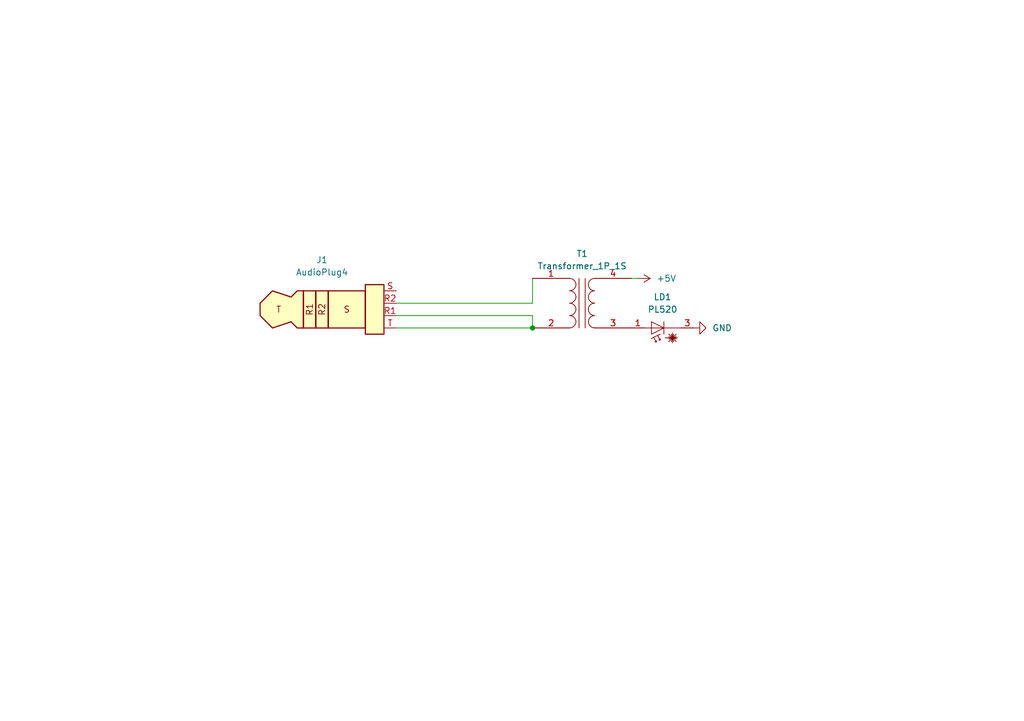
<source format=kicad_sch>
(kicad_sch (version 20231120) (generator "eeschema") (generator_version "8.0")
  (paper "A5")
  (lib_symbols
    (symbol "Connector_Audio:AudioPlug4"
      (property "Reference" "J" (at 10.16 5.08 0))
      (property "Value" "AudioPlug4" (at 11.43 -7.62 0))
      (symbol "AudioPlug4_0_0"
        (text "R1" (at -2.54 -1.27 900) (effects (font (size 1.27 1.27))))
        (text "R2" (at 0 -1.27 900) (effects (font (size 1.27 1.27))))
        (text "S" (at 5.08 -1.27 0) (effects (font (size 1.27 1.27))))
        (text "T" (at -8.89 -1.27 0) (effects (font (size 1.27 1.27))))
      )
      (symbol "AudioPlug4_0_1"
        (rectangle (start -1.27 2.54) (end -3.81 -5.08) (stroke (width 0.254)) (fill (type background)))
        (polyline (pts (xy -3.81 2.54) (xy -5.08 2.54) (xy -6.35 1.27) (xy -10.16 2.54) (xy -12.7 0) (xy -12.7 -2.54) (xy -10.16 -5.08) (xy -6.35 -3.81) (xy -5.08 -5.08) (xy -3.81 -5.08) (xy -3.81 2.54)) (stroke (width 0.254)) (fill (type background)))
        (rectangle (start 1.27 2.54) (end -1.27 -5.08) (stroke (width 0.254)) (fill (type background)))
        (rectangle (start 1.27 2.54) (end 8.89 -5.08) (stroke (width 0.254)) (fill (type background)))
        (rectangle (start 12.7 3.81) (end 8.89 -6.35) (stroke (width 0.254)) (fill (type background)))
      )
      (symbol "AudioPlug4_1_1"
        (pin passive line (at 15.24 -2.54 180) (length 2.54) (name "~") (number "R1"))
        (pin passive line (at 15.24 0 180) (length 2.54) (name "~") (number "R2"))
        (pin passive line (at 15.24 2.54 180) (length 2.54) (name "~") (number "S"))
        (pin passive line (at 15.24 -5.08 180) (length 2.54) (name "~") (number "T"))
      )
    )
    (symbol "Device:Transformer_1P_1S" (pin_names (offset 1.016) hide)
      (property "Reference" "T" (at 0 6.35 0))
      (property "Value" "Transformer_1P_1S" (at 0 -7.62 0))
      (symbol "Transformer_1P_1S_0_1"
        (arc (start -2.54 -5.0546) (mid -1.6599 -4.6901) (end -1.27 -3.81))
        (arc (start -2.54 -2.5146) (mid -1.6599 -2.1501) (end -1.27 -1.27))
        (arc (start -2.54 0.0254) (mid -1.6599 0.3899) (end -1.27 1.27))
        (arc (start -2.54 2.5654) (mid -1.6599 2.9299) (end -1.27 3.81))
        (arc (start -1.27 -3.81) (mid -1.642 -2.912) (end -2.54 -2.54))
        (arc (start -1.27 -1.27) (mid -1.642 -0.372) (end -2.54 0))
        (arc (start -1.27 1.27) (mid -1.642 2.168) (end -2.54 2.54))
        (arc (start -1.27 3.81) (mid -1.642 4.708) (end -2.54 5.08))
        (polyline (pts (xy -0.635 5.08) (xy -0.635 -5.08)))
        (polyline (pts (xy 0.635 -5.08) (xy 0.635 5.08)))
        (arc (start 1.2954 -1.27) (mid 1.6599 -2.1501) (end 2.54 -2.5146))
        (arc (start 1.2954 1.27) (mid 1.6599 0.3899) (end 2.54 0.0254))
        (arc (start 1.2954 3.81) (mid 1.6599 2.9299) (end 2.54 2.5654))
        (arc (start 1.3208 -3.81) (mid 1.6853 -4.6901) (end 2.5654 -5.0546))
        (arc (start 2.54 0) (mid 1.642 -0.372) (end 1.2954 -1.27))
        (arc (start 2.54 2.54) (mid 1.642 2.168) (end 1.2954 1.27))
        (arc (start 2.54 5.08) (mid 1.642 4.708) (end 1.2954 3.81))
        (arc (start 2.5654 -2.54) (mid 1.6674 -2.912) (end 1.3208 -3.81))
      )
      (symbol "Transformer_1P_1S_1_1"
        (pin passive line (at -10.16 5.08 0) (length 7.62) (name "AA") (number "1"))
        (pin passive line (at -10.16 -5.08 0) (length 7.62) (name "AB") (number "2"))
        (pin passive line (at 10.16 -5.08 180) (length 7.62) (name "SA") (number "3"))
        (pin passive line (at 10.16 5.08 180) (length 7.62) (name "SB") (number "4"))
      )
    )
    (symbol "Diode_Laser:PL520" (pin_names (offset 1.016) hide)
      (property "Reference" "LD" (at -1.27 4.445 0))
      (property "Value" "PL520" (at -1.27 -2.54 0))
      (symbol "PL520_0_1"
        (polyline (pts (xy -4.064 1.27) (xy -2.54 2.794)))
        (polyline (pts (xy -4.064 1.778) (xy -2.54 2.286)))
        (polyline (pts (xy -4.064 2.286) (xy -2.54 1.778)))
        (polyline (pts (xy -4.064 2.794) (xy -2.54 1.27)))
        (polyline (pts (xy -3.556 2.794) (xy -3.048 1.27)))
        (polyline (pts (xy -3.302 2.032) (xy -3.302 1.016)))
        (polyline (pts (xy -3.302 2.032) (xy -3.302 3.048)))
        (polyline (pts (xy -3.048 2.794) (xy -3.556 1.27)))
        (polyline (pts (xy -1.778 2.032) (xy -4.318 2.032)))
        (polyline (pts (xy -1.524 1.27) (xy -1.524 -1.27)) (stroke (width 0.1524)))
        (polyline (pts (xy 2.54 0) (xy -5.08 0)))
        (polyline (pts (xy -0.254 1.524) (xy -0.762 2.54) (xy -0.4717 2.4339) (xy -0.762 2.54) (xy -0.8485 2.2301)))
        (polyline (pts (xy 0.5442 1.9119) (xy 0.0362 2.9279) (xy 0.3265 2.8218) (xy 0.0362 2.9279) (xy -0.0503 2.618)))
      )
      (symbol "PL520_1_1"
        (polyline (pts (xy 1.0782 2.1762) (xy -0.762 1.27) (xy -0.762 1.27)))
        (polyline (pts (xy 1.016 -1.27) (xy 1.016 1.27) (xy -1.524 0) (xy 1.016 -1.27)))
        (pin passive line (at 5.08 0 180) (length 2.54) (name "A") (number "1"))
        (pin no_connect line (at -1.27 0 0) (length 2.54) hide (name "NC") (number "2"))
        (pin passive line (at -7.62 0 0) (length 2.54) (name "C") (number "3"))
      )
    )
    (symbol "power:+5V" (power) (pin_numbers hide) (pin_names (offset 0) hide)
      (property "Value" "+5V" (at 0 3.556 0))
      (symbol "+5V_0_1"
        (polyline (pts (xy -0.762 1.27) (xy 0 2.54)))
        (polyline (pts (xy 0 0) (xy 0 2.54)))
        (polyline (pts (xy 0 2.54) (xy 0.762 1.27)))
      )
      (symbol "+5V_1_1"
        (pin power_in line (at 0 0 90) (length 0) (name "~") (number "1"))
      )
    )
    (symbol "power:GND" (power) (pin_numbers hide) (pin_names (offset 0) hide)
      (property "Value" "GND" (at 0 -3.81 0))
      (symbol "GND_0_1"
        (polyline (pts (xy 0 0) (xy 0 -1.27) (xy 1.27 -1.27) (xy 0 -2.54) (xy -1.27 -1.27) (xy 0 -1.27)))
      )
      (symbol "GND_1_1"
        (pin power_in line (at 0 0 270) (length 0) (name "~") (number "1"))
      )
    )
  )
  (junction (at 109.22 67.31))
  (wire (pts (xy 81.28 64.77) (xy 109.22 64.77)))
  (wire (pts (xy 109.22 62.23) (xy 109.22 57.15)))
  (wire (pts (xy 130.81 57.15) (xy 129.54 57.15)))
  (wire (pts (xy 109.22 64.77) (xy 109.22 67.31)))
  (wire (pts (xy 81.28 62.23) (xy 109.22 62.23)))
  (wire (pts (xy 81.28 67.31) (xy 109.22 67.31)))
  (symbol (lib_id "power:+5V") (at 130.81 57.15 270) (unit 1)
    (property "Reference" "#PWR1" (effects (hide yes)))
    (property "Value" "+5V" (at 134.62 57.1499 90) (effects (justify left)))
    (property "Description" "Power symbol creates a global label with name \"+5V\"" (effects (hide yes)))
  )
  (symbol (lib_id "Diode_Laser:PL520") (at 134.62 67.31 180) (unit 1)
    (property "Reference" "LD1" (at 135.89 60.96 0))
    (property "Value" "PL520" (at 135.89 63.5 0))
    (property "Footprint" "OptoDevice:LaserDiode_TO38ICut-3" (effects (hide yes)))
    (property "Datasheet" "http://www.osram-os.com/Graphics/XPic7/00234693_0.pdf/PL%20520.pdf" (effects (hide yes)))
    (property "Description" "Green Laser Diode (520nm), TO-38" (effects (hide yes)))
  )
  (symbol (lib_id "Device:Transformer_1P_1S") (at 119.38 62.23 0) (unit 1)
    (property "Reference" "T1" (at 119.3927 52.07 0))
    (property "Value" "Transformer_1P_1S" (at 119.3927 54.61 0))
    (property "Description" "Transformer, single primary, single secondary" (effects (hide yes)))
  )
  (symbol (lib_id "power:GND") (at 142.24 67.31 90) (unit 1)
    (property "Reference" "#PWR2" (effects (hide yes)))
    (property "Value" "GND" (at 146.05 67.3099 90) (effects (justify right)))
    (property "Description" "Power symbol creates a global label with name \"GND\" , ground" (effects (hide yes)))
  )
  (symbol (lib_id "Connector_Audio:AudioPlug4") (at 66.04 62.23 0) (unit 1)
    (property "Reference" "J1" (at 66.04 53.34 0))
    (property "Value" "AudioPlug4" (at 66.04 55.88 0))
    (property "Description" "Audio Jack, 4 Poles (Stereo / TRRS)" (effects (hide yes)))
  )
)
</source>
